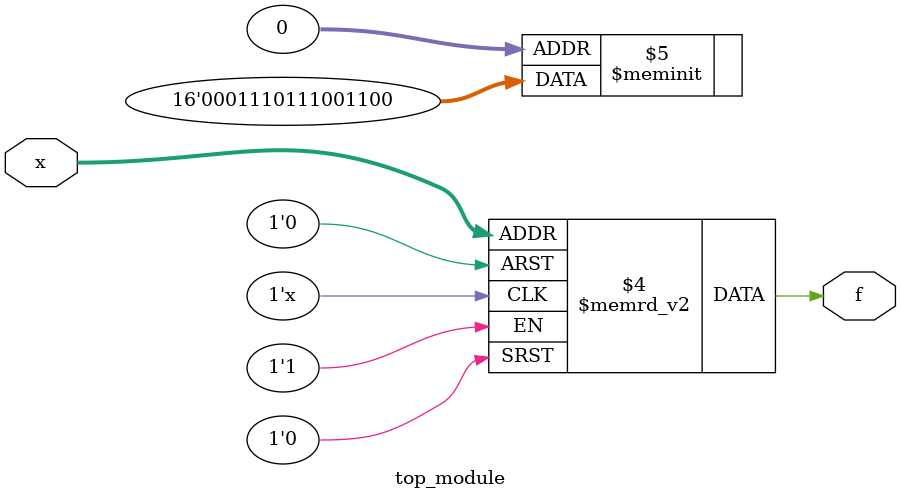
<source format=sv>
module top_module (
    input [4:1] x,
    output logic f
);

always_comb begin
    case (x)
        4'b0000: f = 1'b0; // Treat 0000 as don't-care
        4'b0001: f = 1'b0;
        4'b0010: f = 1'b1; // Treat 0010 as don't-care
        4'b0011: f = 1'b1;
        4'b0100: f = 1'b0; // Treat 0100 as don't-care
        4'b0101: f = 1'b0;
        4'b0110: f = 1'b1; // Treat 0110 as don't-care
        4'b0111: f = 1'b1;
        4'b1000: f = 1'b1; // Treat 1000 as don't-care
        4'b1001: f = 1'b0;
        4'b1010: f = 1'b1; // Treat 1010 as don't-care
        4'b1011: f = 1'b1;
        4'b1100: f = 1'b1; // Treat 1100 as don't-care
        4'b1101: f = 1'b0;
        4'b1110: f = 1'b0; // Treat 1110 as don't-care
        4'b1111: f = 1'b0;
    endcase
end

endmodule

</source>
